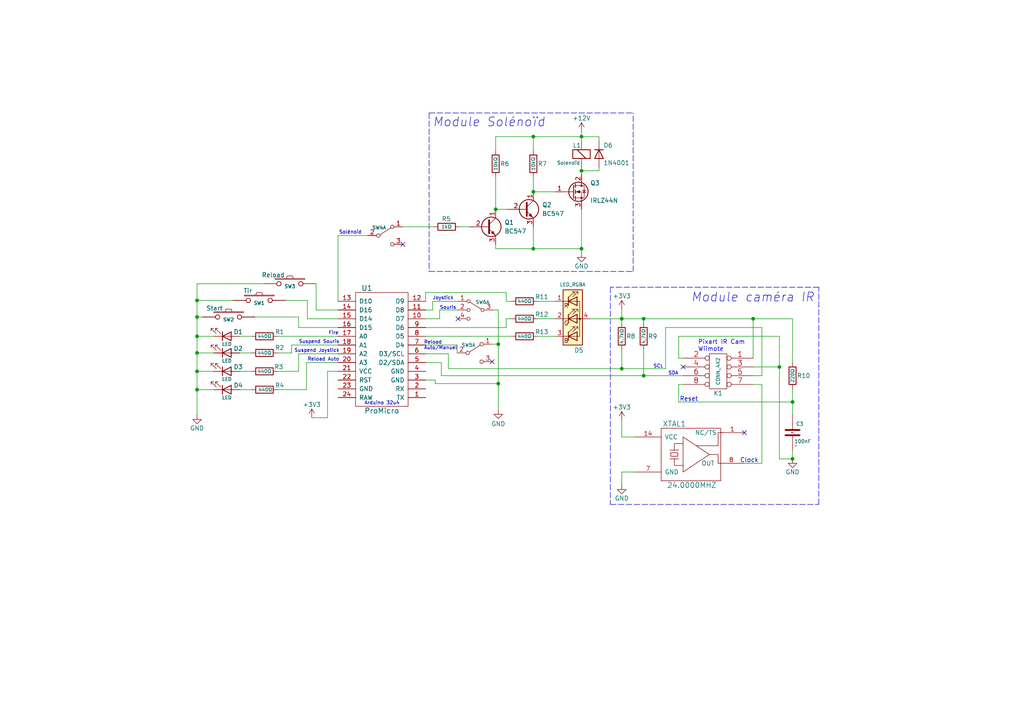
<source format=kicad_sch>
(kicad_sch (version 20211123) (generator eeschema)
  (paper "A4")
  (title_block (title "LightGunIR_4IR_Makoto") (date "11 jul 2013"))
  (lib_symbols
    (symbol "Device:ElectromagneticActor" (pin_numbers hide) (pin_names (offset 0.0254) hide)
      (property "Reference" "L" (at 1.27 3.81 0))
      (property "Value" "ElectromagneticActor" (at 1.27 -1.27 0))
      (symbol "ElectromagneticActor_0_1"
        (rectangle (start -2.54 2.54) (end 2.54 0) (stroke (width 0.254)))
        (polyline (pts (xy -1.27 2.54) (xy 1.27 0)) (stroke (width 0.254)))
      )
      (symbol "ElectromagneticActor_1_1"
        (pin passive line (at 0 5.08 270) (length 2.54) (name "-") (number "1"))
        (pin passive line (at 0 -2.54 90) (length 2.54) (name "+") (number "2"))
      )
    )
    (symbol "Device:LED" (pin_numbers hide) (pin_names (offset 1.016) hide)
      (property "Reference" "D" (at 0 2.54 0))
      (property "Value" "LED" (at 0 -2.54 0))
      (symbol "LED_0_1"
        (polyline (pts (xy -1.27 -1.27) (xy -1.27 1.27)) (stroke (width 0.254)))
        (polyline (pts (xy -1.27 0) (xy 1.27 0)))
        (polyline (pts (xy 1.27 -1.27) (xy 1.27 1.27) (xy -1.27 0) (xy 1.27 -1.27)) (stroke (width 0.254)))
        (polyline (pts (xy -3.048 -0.762) (xy -4.572 -2.286) (xy -3.81 -2.286) (xy -4.572 -2.286) (xy -4.572 -1.524)))
        (polyline (pts (xy -1.778 -0.762) (xy -3.302 -2.286) (xy -2.54 -2.286) (xy -3.302 -2.286) (xy -3.302 -1.524)))
      )
      (symbol "LED_1_1"
        (pin passive line (at -3.81 0 0) (length 2.54) (name "K") (number "1"))
        (pin passive line (at 3.81 0 180) (length 2.54) (name "A") (number "2"))
      )
    )
    (symbol "Device:LED_RGBA" (pin_names (offset 0) hide)
      (property "Reference" "D" (at 0 9.398 0))
      (property "Value" "LED_RGBA" (at 0 -8.89 0))
      (symbol "LED_RGBA_0_0"
        (text "B" (at -1.905 -6.35 0) (effects (font (size 1.27 1.27))))
        (text "G" (at -1.905 -1.27 0) (effects (font (size 1.27 1.27))))
        (text "R" (at -1.905 3.81 0) (effects (font (size 1.27 1.27))))
      )
      (symbol "LED_RGBA_0_1"
        (polyline (pts (xy -1.27 -5.08) (xy -2.54 -5.08)))
        (polyline (pts (xy -1.27 -5.08) (xy 1.27 -5.08)))
        (polyline (pts (xy -1.27 -3.81) (xy -1.27 -6.35)) (stroke (width 0.254)))
        (polyline (pts (xy -1.27 0) (xy -2.54 0)))
        (polyline (pts (xy -1.27 1.27) (xy -1.27 -1.27)) (stroke (width 0.254)))
        (polyline (pts (xy -1.27 5.08) (xy -2.54 5.08)))
        (polyline (pts (xy -1.27 5.08) (xy 1.27 5.08)))
        (polyline (pts (xy -1.27 6.35) (xy -1.27 3.81)) (stroke (width 0.254)))
        (polyline (pts (xy 1.27 0) (xy -1.27 0)))
        (polyline (pts (xy 1.27 0) (xy 2.54 0)))
        (polyline (pts (xy -1.27 1.27) (xy -1.27 -1.27) (xy -1.27 -1.27)))
        (polyline (pts (xy -1.27 6.35) (xy -1.27 3.81) (xy -1.27 3.81)))
        (polyline (pts (xy 1.27 -5.08) (xy 2.032 -5.08) (xy 2.032 5.08) (xy 1.27 5.08)))
        (polyline (pts (xy 1.27 -3.81) (xy 1.27 -6.35) (xy -1.27 -5.08) (xy 1.27 -3.81)) (stroke (width 0.254)))
        (polyline (pts (xy 1.27 1.27) (xy 1.27 -1.27) (xy -1.27 0) (xy 1.27 1.27)) (stroke (width 0.254)))
        (polyline (pts (xy 1.27 6.35) (xy 1.27 3.81) (xy -1.27 5.08) (xy 1.27 6.35)) (stroke (width 0.254)))
        (polyline (pts (xy -1.016 -3.81) (xy 0.508 -2.286) (xy -0.254 -2.286) (xy 0.508 -2.286) (xy 0.508 -3.048)))
        (polyline (pts (xy -1.016 1.27) (xy 0.508 2.794) (xy -0.254 2.794) (xy 0.508 2.794) (xy 0.508 2.032)))
        (polyline (pts (xy -1.016 6.35) (xy 0.508 7.874) (xy -0.254 7.874) (xy 0.508 7.874) (xy 0.508 7.112)))
        (polyline (pts (xy 0 -3.81) (xy 1.524 -2.286) (xy 0.762 -2.286) (xy 1.524 -2.286) (xy 1.524 -3.048)))
        (polyline (pts (xy 0 1.27) (xy 1.524 2.794) (xy 0.762 2.794) (xy 1.524 2.794) (xy 1.524 2.032)))
        (polyline (pts (xy 0 6.35) (xy 1.524 7.874) (xy 0.762 7.874) (xy 1.524 7.874) (xy 1.524 7.112)))
        (rectangle (start 1.27 -1.27) (end 1.27 1.27))
        (rectangle (start 1.27 1.27) (end 1.27 1.27))
        (rectangle (start 1.27 3.81) (end 1.27 6.35))
        (rectangle (start 1.27 6.35) (end 1.27 6.35))
        (circle (center 2.032 0) (radius 0.254) (fill (type outline)))
        (rectangle (start 2.794 8.382) (end -2.794 -7.62) (stroke (width 0.254)) (fill (type background)))
      )
      (symbol "LED_RGBA_1_1"
        (pin passive line (at -5.08 5.08 0) (length 2.54) (name "RK") (number "1"))
        (pin passive line (at -5.08 0 0) (length 2.54) (name "GK") (number "2"))
        (pin passive line (at -5.08 -5.08 0) (length 2.54) (name "BK") (number "3"))
        (pin passive line (at 5.08 0 180) (length 2.54) (name "A") (number "4"))
      )
    )
    (symbol "Device:R" (pin_numbers hide) (pin_names (offset 0))
      (property "Reference" "R" (at 2.032 0 90))
      (property "Value" "R" (at 0 0 90))
      (symbol "R_0_1"
        (rectangle (start -1.016 -2.54) (end 1.016 2.54) (stroke (width 0.254)))
      )
      (symbol "R_1_1"
        (pin passive line (at 0 3.81 270) (length 1.27) (name "~") (number "1"))
        (pin passive line (at 0 -3.81 90) (length 1.27) (name "~") (number "2"))
      )
    )
    (symbol "Diode:1N4001" (pin_numbers hide) (pin_names (offset 1.016) hide)
      (property "Reference" "D" (at 0 2.54 0))
      (property "Value" "1N4001" (at 0 -2.54 0))
      (symbol "1N4001_0_1"
        (polyline (pts (xy -1.27 1.27) (xy -1.27 -1.27)) (stroke (width 0.254)))
        (polyline (pts (xy 1.27 0) (xy -1.27 0)))
        (polyline (pts (xy 1.27 1.27) (xy 1.27 -1.27) (xy -1.27 0) (xy 1.27 1.27)) (stroke (width 0.254)))
      )
      (symbol "1N4001_1_1"
        (pin passive line (at -3.81 0 0) (length 2.54) (name "K") (number "1"))
        (pin passive line (at 3.81 0 180) (length 2.54) (name "A") (number "2"))
      )
    )
    (symbol "G2N_PistolBoard_Makoto-rescue:C" (pin_numbers hide) (pin_names (offset 0.254))
      (property "Reference" "C" (at 0 2.54 0))
      (property "Value" "C" (at 0.1524 -2.159 0))
      (symbol "C_0_1"
        (polyline (pts (xy -2.032 -0.762) (xy 2.032 -0.762)) (stroke (width 0.508)))
        (polyline (pts (xy -2.032 0.762) (xy 2.032 0.762)) (stroke (width 0.508)))
      )
      (symbol "C_1_1"
        (pin passive line (at 0 5.08 270) (length 4.318) (name "~") (number "1"))
        (pin passive line (at 0 -5.08 90) (length 4.318) (name "~") (number "2"))
      )
    )
    (symbol "G2N_PistolBoard_Makoto-rescue:CONN_4X2" (pin_names (offset 1.016) hide)
      (property "Reference" "P" (at 0 6.35 0))
      (property "Value" "CONN_4X2" (at 0 0 90))
      (symbol "CONN_4X2_0_1"
        (rectangle (start -2.54 5.08) (end 2.54 -5.08))
      )
      (symbol "CONN_4X2_1_1"
        (pin passive inverted (at -10.16 3.81 0) (length 7.62) (name "1") (number "1"))
        (pin passive inverted (at 10.16 3.81 180) (length 7.62) (name "2") (number "2"))
        (pin passive inverted (at -10.16 1.27 0) (length 7.62) (name "3") (number "3"))
        (pin passive inverted (at 10.16 1.27 180) (length 7.62) (name "4") (number "4"))
        (pin passive inverted (at -10.16 -1.27 0) (length 7.62) (name "5") (number "5"))
        (pin passive inverted (at 10.16 -1.27 180) (length 7.62) (name "6") (number "6"))
        (pin passive inverted (at -10.16 -3.81 0) (length 7.62) (name "7") (number "7"))
        (pin passive inverted (at 10.16 -3.81 180) (length 7.62) (name "8") (number "8"))
      )
    )
    (symbol "G2N_PistolBoard_Makoto-rescue:SW_PUSH" (pin_numbers hide) (pin_names (offset 1.016) hide)
      (property "Reference" "SW" (at 3.81 2.794 0))
      (property "Value" "SW_PUSH" (at 0 -2.032 0))
      (symbol "SW_PUSH_0_1"
        (rectangle (start -4.318 1.27) (end 4.318 1.524))
        (polyline (pts (xy -1.016 1.524) (xy -0.762 2.286) (xy 0.762 2.286) (xy 1.016 1.524)))
        (pin passive inverted (at -7.62 0 0) (length 5.08) (name "1") (number "1"))
        (pin passive inverted (at 7.62 0 180) (length 5.08) (name "2") (number "2"))
      )
    )
    (symbol "ProMicro_3" (pin_names (offset 1.016))
      (property "Reference" "U" (at 0 24.13 0))
      (property "Value" "ProMicro_3" (at 0 -13.97 0))
      (symbol "ProMicro_3_0_1"
        (rectangle (start -7.62 21.59) (end 7.62 -11.43))
      )
      (symbol "ProMicro_3_1_1"
        (pin bidirectional line (at -12.7 19.05 0) (length 5.08) (name "TX") (number "1"))
        (pin bidirectional line (at -12.7 -3.81 0) (length 5.08) (name "D7") (number "10"))
        (pin bidirectional line (at -12.7 -6.35 0) (length 5.08) (name "D8") (number "11"))
        (pin bidirectional line (at -12.7 -8.89 0) (length 5.08) (name "D9") (number "12"))
        (pin bidirectional line (at 12.7 -8.89 180) (length 5.08) (name "D10") (number "13"))
        (pin bidirectional line (at 12.7 -6.35 180) (length 5.08) (name "D16") (number "14"))
        (pin bidirectional line (at 12.7 -3.81 180) (length 5.08) (name "D14") (number "15"))
        (pin bidirectional line (at 12.7 -1.27 180) (length 5.08) (name "D15") (number "16"))
        (pin bidirectional line (at 12.7 1.27 180) (length 5.08) (name "A0") (number "17"))
        (pin bidirectional line (at 12.7 3.81 180) (length 5.08) (name "A1") (number "18"))
        (pin bidirectional line (at 12.7 6.35 180) (length 5.08) (name "A2") (number "19"))
        (pin bidirectional line (at -12.7 16.51 0) (length 5.08) (name "RX") (number "2"))
        (pin bidirectional line (at 12.7 8.89 180) (length 5.08) (name "A3") (number "20"))
        (pin power_in line (at 12.7 11.43 180) (length 5.08) (name "VCC") (number "21"))
        (pin input line (at 12.7 13.97 180) (length 5.08) (name "RST") (number "22"))
        (pin power_in line (at 12.7 16.51 180) (length 5.08) (name "GND") (number "23"))
        (pin power_out line (at 12.7 19.05 180) (length 5.08) (name "RAW") (number "24"))
        (pin power_in line (at -12.7 13.97 0) (length 5.08) (name "GND") (number "3"))
        (pin power_in line (at -12.7 11.43 0) (length 5.08) (name "GND") (number "4"))
        (pin bidirectional line (at -12.7 8.89 0) (length 5.08) (name "D2/SDA") (number "5"))
        (pin bidirectional line (at -12.7 6.35 0) (length 5.08) (name "D3/SCL") (number "6"))
        (pin bidirectional line (at -12.7 3.81 0) (length 5.08) (name "D4") (number "7"))
        (pin bidirectional line (at -12.7 1.27 0) (length 5.08) (name "D5") (number "8"))
        (pin bidirectional line (at -12.7 -1.27 0) (length 5.08) (name "D6") (number "9"))
      )
    )
    (symbol "Switch:SW_DP3T" (pin_names (offset 0) hide)
      (property "Reference" "SW" (at 0 5.08 0))
      (property "Value" "SW_DP3T" (at 0 -5.08 0))
      (symbol "SW_DP3T_0_1"
        (circle (center -2.032 0) (radius 0.4572))
        (polyline (pts (xy -1.651 0.254) (xy 1.651 2.286)))
        (circle (center 2.032 -2.54) (radius 0.4572))
        (circle (center 2.032 0) (radius 0.4572))
        (circle (center 2.032 2.54) (radius 0.4572))
      )
      (symbol "SW_DP3T_1_1"
        (pin passive line (at 5.08 2.54 180) (length 2.54) (name "1") (number "1"))
        (pin passive line (at 5.08 0 180) (length 2.54) (name "2") (number "2"))
        (pin passive line (at -5.08 0 0) (length 2.54) (name "3") (number "3"))
        (pin passive line (at 5.08 -2.54 180) (length 2.54) (name "4") (number "4"))
      )
      (symbol "SW_DP3T_2_1"
        (pin passive line (at 5.08 2.54 180) (length 2.54) (name "5") (number "5"))
        (pin passive line (at 5.08 0 180) (length 2.54) (name "6") (number "6"))
        (pin passive line (at -5.08 0 0) (length 2.54) (name "7") (number "7"))
        (pin passive line (at 5.08 -2.54 180) (length 2.54) (name "8") (number "8"))
      )
    )
    (symbol "Switch:SW_DPDT_x2" (pin_names (offset 0) hide)
      (property "Reference" "SW" (at 0 4.318 0))
      (property "Value" "SW_DPDT_x2" (at 0 -5.08 0))
      (symbol "SW_DPDT_x2_0_0"
        (circle (center -2.032 0) (radius 0.508))
        (circle (center 2.032 -2.54) (radius 0.508))
      )
      (symbol "SW_DPDT_x2_0_1"
        (polyline (pts (xy -1.524 0.254) (xy 1.651 2.286)))
        (circle (center 2.032 2.54) (radius 0.508))
      )
      (symbol "SW_DPDT_x2_1_1"
        (pin passive line (at 5.08 2.54 180) (length 2.54) (name "A") (number "1"))
        (pin passive line (at -5.08 0 0) (length 2.54) (name "B") (number "2"))
        (pin passive line (at 5.08 -2.54 180) (length 2.54) (name "C") (number "3"))
      )
      (symbol "SW_DPDT_x2_2_1"
        (pin passive line (at 5.08 2.54 180) (length 2.54) (name "A") (number "4"))
        (pin passive line (at -5.08 0 0) (length 2.54) (name "B") (number "5"))
        (pin passive line (at 5.08 -2.54 180) (length 2.54) (name "C") (number "6"))
      )
    )
    (symbol "Transistor_BJT:BC547" (pin_names (offset 0) hide)
      (property "Reference" "Q" (at 5.08 1.905 0))
      (property "Value" "BC547" (at 5.08 0 0))
      (symbol "BC547_0_1"
        (polyline (pts (xy 0 0) (xy 0.635 0)))
        (polyline (pts (xy 0.635 0.635) (xy 2.54 2.54)))
        (polyline (pts (xy 0.635 -0.635) (xy 2.54 -2.54) (xy 2.54 -2.54)))
        (polyline (pts (xy 0.635 1.905) (xy 0.635 -1.905) (xy 0.635 -1.905)) (stroke (width 0.508)))
        (polyline (pts (xy 1.27 -1.778) (xy 1.778 -1.27) (xy 2.286 -2.286) (xy 1.27 -1.778) (xy 1.27 -1.778)) (fill (type outline)))
        (circle (center 1.27 0) (radius 2.8194) (stroke (width 0.254)))
      )
      (symbol "BC547_1_1"
        (pin passive line (at 2.54 5.08 270) (length 2.54) (name "C") (number "1"))
        (pin input line (at -5.08 0 0) (length 5.08) (name "B") (number "2"))
        (pin passive line (at 2.54 -5.08 90) (length 2.54) (name "E") (number "3"))
      )
    )
    (symbol "Transistor_FET:IRLZ44N" (pin_names hide)
      (property "Reference" "Q" (at 6.35 1.905 0))
      (property "Value" "IRLZ44N" (at 6.35 0 0))
      (symbol "IRLZ44N_0_1"
        (polyline (pts (xy 0.254 0) (xy -2.54 0)))
        (polyline (pts (xy 0.254 1.905) (xy 0.254 -1.905)) (stroke (width 0.254)))
        (polyline (pts (xy 0.762 -1.27) (xy 0.762 -2.286)) (stroke (width 0.254)))
        (polyline (pts (xy 0.762 0.508) (xy 0.762 -0.508)) (stroke (width 0.254)))
        (polyline (pts (xy 0.762 2.286) (xy 0.762 1.27)) (stroke (width 0.254)))
        (polyline (pts (xy 2.54 2.54) (xy 2.54 1.778)))
        (polyline (pts (xy 2.54 -2.54) (xy 2.54 0) (xy 0.762 0)))
        (polyline (pts (xy 0.762 -1.778) (xy 3.302 -1.778) (xy 3.302 1.778) (xy 0.762 1.778)))
        (polyline (pts (xy 1.016 0) (xy 2.032 0.381) (xy 2.032 -0.381) (xy 1.016 0)) (fill (type outline)))
        (polyline (pts (xy 2.794 0.508) (xy 2.921 0.381) (xy 3.683 0.381) (xy 3.81 0.254)))
        (polyline (pts (xy 3.302 0.381) (xy 2.921 -0.254) (xy 3.683 -0.254) (xy 3.302 0.381)))
        (circle (center 1.651 0) (radius 2.794) (stroke (width 0.254)))
        (circle (center 2.54 -1.778) (radius 0.254) (fill (type outline)))
        (circle (center 2.54 1.778) (radius 0.254) (fill (type outline)))
      )
      (symbol "IRLZ44N_1_1"
        (pin input line (at -5.08 0 0) (length 2.54) (name "G") (number "1"))
        (pin passive line (at 2.54 5.08 270) (length 2.54) (name "D") (number "2"))
        (pin passive line (at 2.54 -5.08 90) (length 2.54) (name "S") (number "3"))
      )
    )
    (symbol "power:+12V" (power) (pin_names (offset 0))
      (property "Value" "+12V" (at 0 3.556 0))
      (symbol "+12V_0_1"
        (polyline (pts (xy -0.762 1.27) (xy 0 2.54)))
        (polyline (pts (xy 0 0) (xy 0 2.54)))
        (polyline (pts (xy 0 2.54) (xy 0.762 1.27)))
      )
      (symbol "+12V_1_1"
        (pin power_in line (at 0 0 90) (length 0) hide (name "+12V") (number "1"))
      )
    )
    (symbol "power:+3V3" (power) (pin_names (offset 0))
      (property "Value" "+3V3" (at 0 3.556 0))
      (symbol "+3V3_0_1"
        (polyline (pts (xy -0.762 1.27) (xy 0 2.54)))
        (polyline (pts (xy 0 0) (xy 0 2.54)))
        (polyline (pts (xy 0 2.54) (xy 0.762 1.27)))
      )
      (symbol "+3V3_1_1"
        (pin power_in line (at 0 0 90) (length 0) hide (name "+3V3") (number "1"))
      )
    )
    (symbol "power:GND" (power) (pin_names (offset 0))
      (property "Value" "GND" (at 0 -3.81 0))
      (symbol "GND_0_1"
        (polyline (pts (xy 0 0) (xy 0 -1.27) (xy 1.27 -1.27) (xy 0 -2.54) (xy -1.27 -1.27) (xy 0 -1.27)))
      )
      (symbol "GND_1_1"
        (pin power_in line (at 0 0 270) (length 0) hide (name "GND") (number "1"))
      )
    )
    (symbol "xo-14s:XO-14S" (pin_names (offset 1.016))
      (property "Reference" "X" (at -7.366 11.684 0))
      (property "Value" "XO-14S" (at -1.27 -6.858 0))
      (property "Datasheet" "http://www.4timing.com" (at -1.27 2.54 0))
      (symbol "XO-14S_0_1"
        (polyline (pts (xy -6.35 1.27) (xy -3.81 1.27)))
        (polyline (pts (xy -6.35 3.81) (xy -3.81 3.81)))
        (polyline (pts (xy -5.08 5.715) (xy -5.08 3.81)))
        (polyline (pts (xy -5.08 -0.635) (xy -5.08 1.27) (xy -5.08 1.27)))
        (polyline (pts (xy -5.08 5.715) (xy -2.54 5.715) (xy -2.54 5.715)))
        (polyline (pts (xy -2.54 -0.635) (xy -5.08 -0.635) (xy -5.08 -0.635)))
        (polyline (pts (xy 5.08 2.54) (xy 7.62 2.54) (xy 7.62 0)))
        (polyline (pts (xy 1.27 5.08) (xy 7.62 5.08) (xy 7.62 8.89) (xy 8.89 8.89)))
        (polyline (pts (xy -8.89 10.16) (xy 8.382 10.16) (xy 8.382 -5.08) (xy -8.89 -5.08) (xy -8.89 10.16)))
        (polyline (pts (xy -2.54 7.62) (xy 5.08 2.54) (xy -2.54 -2.54) (xy -2.54 7.62) (xy -2.54 7.62)))
        (polyline (pts (xy -5.842 3.048) (xy -4.064 3.048) (xy -4.064 2.032) (xy -6.096 2.032) (xy -6.096 3.048) (xy -5.842 3.048)))
      )
      (symbol "XO-14S_1_1"
        (pin input line (at 15.24 8.89 180) (length 7.0104) (name "NC/TS") (number "1"))
        (pin input line (at -16.51 7.62 0) (length 7.62) (name "VCC") (number "14"))
        (pin input line (at -16.51 -2.54 0) (length 7.62) (name "GND") (number "7"))
        (pin input line (at 15.24 0 180) (length 7.62) (name "OUT") (number "8"))
      )
    )
  )
  (junction (at 229.87 116.586))
  (junction (at 57.15 87.122))
  (junction (at 186.69 108.966))
  (junction (at 180.34 92.456))
  (junction (at 218.44 92.456))
  (junction (at 226.06 106.426))
  (junction (at 154.686 55.626))
  (junction (at 154.686 72.136))
  (junction (at 186.69 92.456))
  (junction (at 168.656 72.136))
  (junction (at 144.526 111.252))
  (junction (at 57.15 102.362))
  (junction (at 168.656 39.624))
  (junction (at 143.764 60.706))
  (junction (at 168.656 49.53))
  (junction (at 57.15 107.696))
  (junction (at 57.15 91.948))
  (junction (at 180.34 106.934))
  (junction (at 57.15 113.03))
  (junction (at 229.87 133.096))
  (junction (at 154.686 39.624))
  (junction (at 57.15 97.536))
  (junction (at 144.526 99.822))
  (no_connect (at 215.9 125.476))
  (no_connect (at 116.84 70.866))
  (no_connect (at 198.12 106.426))
  (no_connect (at 132.842 92.456))
  (no_connect (at 142.748 104.902))
  (wire (pts (xy 226.06 106.426) (xy 226.06 133.096)))
  (wire (pts (xy 184.15 136.906) (xy 180.34 136.906)))
  (wire (pts (xy 143.764 72.136) (xy 154.686 72.136)))
  (wire (pts (xy 61.976 113.03) (xy 57.15 113.03)))
  (wire (pts (xy 154.686 51.308) (xy 154.686 55.626)))
  (wire (pts (xy 168.656 49.53) (xy 173.736 49.53)))
  (wire (pts (xy 80.518 102.362) (xy 84.582 102.362)))
  (wire (pts (xy 89.154 92.456) (xy 89.154 87.122)))
  (polyline (pts (xy 124.46 32.766) (xy 183.642 32.766)))
  (wire (pts (xy 186.69 93.726) (xy 186.69 92.456)))
  (wire (pts (xy 125.476 87.376) (xy 132.842 87.376)))
  (wire (pts (xy 123.444 100.076) (xy 132.588 100.076)))
  (wire (pts (xy 86.614 107.696) (xy 86.614 102.616)))
  (wire (pts (xy 196.85 97.536) (xy 226.06 97.536)))
  (wire (pts (xy 91.694 89.916) (xy 91.694 82.296)))
  (wire (pts (xy 220.98 108.966) (xy 220.98 94.996)))
  (wire (pts (xy 173.736 39.624) (xy 173.736 40.894)))
  (wire (pts (xy 154.686 39.624) (xy 168.656 39.624)))
  (wire (pts (xy 72.898 102.362) (xy 69.596 102.362)))
  (wire (pts (xy 144.526 99.822) (xy 144.526 111.252)))
  (wire (pts (xy 125.476 89.916) (xy 125.476 87.376)))
  (wire (pts (xy 126.238 110.236) (xy 126.238 111.252)))
  (wire (pts (xy 196.85 111.506) (xy 196.85 116.586)))
  (wire (pts (xy 80.518 113.03) (xy 88.9 113.03)))
  (wire (pts (xy 91.694 89.916) (xy 98.044 89.916)))
  (wire (pts (xy 76.454 82.296) (xy 57.15 82.296)))
  (wire (pts (xy 220.98 134.366) (xy 220.98 111.506)))
  (polyline (pts (xy 177.038 83.312) (xy 177.038 83.312)))
  (wire (pts (xy 128.016 108.966) (xy 128.016 105.156)))
  (wire (pts (xy 86.614 94.996) (xy 86.614 91.948)))
  (wire (pts (xy 168.656 72.136) (xy 168.656 73.406)))
  (wire (pts (xy 154.686 39.624) (xy 154.686 43.688)))
  (wire (pts (xy 88.9 105.156) (xy 98.044 105.156)))
  (wire (pts (xy 146.812 92.456) (xy 146.812 94.996)))
  (wire (pts (xy 229.87 116.586) (xy 229.87 120.396)))
  (wire (pts (xy 72.898 113.03) (xy 69.596 113.03)))
  (wire (pts (xy 61.976 97.536) (xy 57.15 97.536)))
  (wire (pts (xy 123.444 89.916) (xy 125.476 89.916)))
  (wire (pts (xy 133.35 65.786) (xy 136.144 65.786)))
  (wire (pts (xy 86.614 91.948) (xy 73.914 91.948)))
  (polyline (pts (xy 177.038 146.304) (xy 237.49 146.304)))
  (wire (pts (xy 123.444 94.996) (xy 146.812 94.996)))
  (wire (pts (xy 161.036 92.456) (xy 155.956 92.456)))
  (wire (pts (xy 57.15 87.122) (xy 57.15 91.948)))
  (wire (pts (xy 146.812 84.836) (xy 146.812 87.376)))
  (wire (pts (xy 196.85 116.586) (xy 229.87 116.586)))
  (wire (pts (xy 184.15 126.746) (xy 180.34 126.746)))
  (wire (pts (xy 196.85 103.886) (xy 198.12 103.886)))
  (wire (pts (xy 193.04 106.934) (xy 193.04 94.996)))
  (wire (pts (xy 193.04 94.996) (xy 220.98 94.996)))
  (wire (pts (xy 196.85 111.506) (xy 198.12 111.506)))
  (wire (pts (xy 123.444 110.236) (xy 126.238 110.236)))
  (wire (pts (xy 123.444 105.156) (xy 128.016 105.156)))
  (wire (pts (xy 143.002 89.916) (xy 144.526 89.916)))
  (wire (pts (xy 180.34 89.662) (xy 180.34 92.456)))
  (wire (pts (xy 89.154 87.122) (xy 82.804 87.122)))
  (wire (pts (xy 229.87 112.776) (xy 229.87 116.586)))
  (wire (pts (xy 218.44 92.456) (xy 218.44 103.886)))
  (wire (pts (xy 168.656 60.706) (xy 168.656 72.136)))
  (wire (pts (xy 143.764 60.706) (xy 147.066 60.706)))
  (wire (pts (xy 94.996 121.158) (xy 90.424 121.158)))
  (wire (pts (xy 180.34 92.456) (xy 186.69 92.456)))
  (wire (pts (xy 98.044 92.456) (xy 89.154 92.456)))
  (wire (pts (xy 127.508 89.916) (xy 132.842 89.916)))
  (wire (pts (xy 123.444 84.836) (xy 146.812 84.836)))
  (wire (pts (xy 144.526 111.252) (xy 144.526 118.872)))
  (wire (pts (xy 143.764 51.308) (xy 143.764 60.706)))
  (wire (pts (xy 67.564 87.122) (xy 57.15 87.122)))
  (wire (pts (xy 220.98 108.966) (xy 218.44 108.966)))
  (wire (pts (xy 154.686 72.136) (xy 154.686 65.786)))
  (wire (pts (xy 123.444 97.536) (xy 148.336 97.536)))
  (wire (pts (xy 180.34 106.934) (xy 193.04 106.934)))
  (wire (pts (xy 196.85 97.536) (xy 196.85 103.886)))
  (polyline (pts (xy 124.46 32.766) (xy 124.46 78.74)))
  (wire (pts (xy 61.976 102.362) (xy 57.15 102.362)))
  (wire (pts (xy 161.036 87.376) (xy 155.956 87.376)))
  (wire (pts (xy 218.44 106.426) (xy 226.06 106.426)))
  (wire (pts (xy 98.044 94.996) (xy 86.614 94.996)))
  (wire (pts (xy 218.44 92.456) (xy 229.87 92.456)))
  (wire (pts (xy 57.15 82.296) (xy 57.15 87.122)))
  (wire (pts (xy 226.06 133.096) (xy 229.87 133.096)))
  (wire (pts (xy 57.15 113.03) (xy 57.15 120.396)))
  (wire (pts (xy 58.674 91.948) (xy 57.15 91.948)))
  (wire (pts (xy 154.686 39.624) (xy 143.764 39.624)))
  (wire (pts (xy 94.996 107.696) (xy 94.996 121.158)))
  (wire (pts (xy 146.812 92.456) (xy 148.336 92.456)))
  (wire (pts (xy 132.588 100.076) (xy 132.588 102.362)))
  (wire (pts (xy 220.98 111.506) (xy 218.44 111.506)))
  (wire (pts (xy 98.044 68.326) (xy 106.68 68.326)))
  (wire (pts (xy 186.69 108.966) (xy 198.12 108.966)))
  (wire (pts (xy 171.196 92.456) (xy 180.34 92.456)))
  (wire (pts (xy 180.34 126.746) (xy 180.34 121.92)))
  (wire (pts (xy 180.34 93.726) (xy 180.34 92.456)))
  (polyline (pts (xy 177.038 83.312) (xy 177.038 146.304)))
  (polyline (pts (xy 237.49 146.304) (xy 237.49 83.312)))
  (wire (pts (xy 98.044 107.696) (xy 94.996 107.696)))
  (wire (pts (xy 126.238 111.252) (xy 144.526 111.252)))
  (wire (pts (xy 226.06 97.536) (xy 226.06 106.426)))
  (wire (pts (xy 123.444 92.456) (xy 127.508 92.456)))
  (wire (pts (xy 144.526 89.916) (xy 144.526 99.822)))
  (wire (pts (xy 173.736 48.514) (xy 173.736 49.53)))
  (wire (pts (xy 186.69 101.346) (xy 186.69 108.966)))
  (wire (pts (xy 143.764 70.866) (xy 143.764 72.136)))
  (wire (pts (xy 186.69 92.456) (xy 218.44 92.456)))
  (wire (pts (xy 86.614 102.616) (xy 98.044 102.616)))
  (wire (pts (xy 80.518 97.536) (xy 98.044 97.536)))
  (wire (pts (xy 154.686 55.626) (xy 161.036 55.626)))
  (wire (pts (xy 123.444 87.376) (xy 123.444 84.836)))
  (wire (pts (xy 69.596 97.536) (xy 72.898 97.536)))
  (wire (pts (xy 98.044 87.376) (xy 98.044 68.326)))
  (wire (pts (xy 84.582 102.362) (xy 84.582 100.076)))
  (wire (pts (xy 180.34 136.906) (xy 180.34 140.716)))
  (wire (pts (xy 229.87 130.556) (xy 229.87 133.096)))
  (polyline (pts (xy 124.46 78.74) (xy 183.642 78.74)))
  (wire (pts (xy 84.582 100.076) (xy 98.044 100.076)))
  (polyline (pts (xy 183.642 78.74) (xy 183.642 32.766)))
  (wire (pts (xy 168.656 49.53) (xy 168.656 50.546)))
  (wire (pts (xy 72.898 107.696) (xy 69.596 107.696)))
  (wire (pts (xy 168.656 38.1) (xy 168.656 39.624)))
  (wire (pts (xy 154.686 72.136) (xy 168.656 72.136)))
  (wire (pts (xy 186.69 108.966) (xy 128.016 108.966)))
  (wire (pts (xy 57.15 102.362) (xy 57.15 107.696)))
  (wire (pts (xy 168.656 39.624) (xy 168.656 40.894)))
  (wire (pts (xy 161.036 97.536) (xy 155.956 97.536)))
  (wire (pts (xy 130.048 106.934) (xy 180.34 106.934)))
  (wire (pts (xy 123.444 102.616) (xy 130.048 102.616)))
  (wire (pts (xy 215.9 134.366) (xy 220.98 134.366)))
  (wire (pts (xy 130.048 102.616) (xy 130.048 106.934)))
  (wire (pts (xy 168.656 39.624) (xy 173.736 39.624)))
  (wire (pts (xy 80.518 107.696) (xy 86.614 107.696)))
  (wire (pts (xy 61.976 107.696) (xy 57.15 107.696)))
  (wire (pts (xy 127.508 92.456) (xy 127.508 89.916)))
  (wire (pts (xy 168.656 48.514) (xy 168.656 49.53)))
  (wire (pts (xy 57.15 91.948) (xy 57.15 97.536)))
  (wire (pts (xy 229.87 92.456) (xy 229.87 105.156)))
  (wire (pts (xy 146.812 87.376) (xy 148.336 87.376)))
  (wire (pts (xy 57.15 107.696) (xy 57.15 113.03)))
  (wire (pts (xy 116.84 65.786) (xy 125.73 65.786)))
  (wire (pts (xy 143.764 39.624) (xy 143.764 43.688)))
  (polyline (pts (xy 237.49 83.312) (xy 177.038 83.312)))
  (wire (pts (xy 180.34 101.346) (xy 180.34 106.934)))
  (wire (pts (xy 142.748 99.822) (xy 144.526 99.822)))
  (wire (pts (xy 57.15 97.536) (xy 57.15 102.362)))
  (wire (pts (xy 88.9 113.03) (xy 88.9 105.156)))
  (text "Reload\nAuto/Manuel" (at 122.936 101.6 0) (effects (font (size 1 1)) (justify left bottom)))
  (text "SCL" (at 189.484 106.934 0) (effects (font (size 1 1)) (justify left bottom)))
  (text "Joystick" (at 125.476 87.122 0) (effects (font (size 1 1)) (justify left bottom)))
  (text "Reload Auto" (at 89.154 104.902 0) (effects (font (size 1 1)) (justify left bottom)))
  (text "Module caméra IR" (at 200.406 87.884 0) (effects (font (size 2.6 2.6) italic) (justify left bottom)))
  (text "Suspend Joystick" (at 85.344 102.362 0) (effects (font (size 1 1)) (justify left bottom)))
  (text "SDA" (at 193.802 108.966 0) (effects (font (size 1 1)) (justify left bottom)))
  (text "Module Solénoïd" (at 125.476 37.084 0) (effects (font (size 2.6 2.6) italic) (justify left bottom)))
  (text "Clock" (at 214.63 134.366 0) (effects (font (size 1.27 1.27)) (justify left bottom)))
  (text "Reset" (at 197.104 116.586 0) (effects (font (size 1.27 1.27)) (justify left bottom)))
  (text "Suspend Souris" (at 86.614 99.822 0) (effects (font (size 1 1)) (justify left bottom)))
  (text "Arduino 32u4" (at 105.664 117.602 0) (effects (font (size 1 1)) (justify left bottom)))
  (text "Pixart IR Cam\nWiimote" (at 202.438 102.108 0) (effects (font (size 1.27 1.27)) (justify left bottom)))
  (text "Fire" (at 95.25 97.282 0) (effects (font (size 1 1)) (justify left bottom)))
  (text "Solénoid" (at 98.298 68.072 0) (effects (font (size 1 1)) (justify left bottom)))
  (text "Souris" (at 127.508 89.916 0) (effects (font (size 1 1)) (justify left bottom)))
  (symbol (lib_id "xo-14s:XO-14S") (at 200.66 134.366 0) (unit 1)
    (property "Reference" "XTAL1" (at 195.58 122.936 0) (effects (font (size 1.524 1.524))))
    (property "Value" "24.0000MHZ" (at 200.66 140.716 0) (effects (font (size 1.524 1.524))))
  )
  (symbol (lib_id "G2N_PistolBoard_Makoto-rescue:C") (at 229.87 125.476 0) (unit 1)
    (property "Reference" "C3" (at 230.886 122.936 0) (effects (font (size 1.016 1.016)) (justify left)))
    (property "Value" "100nF" (at 230.378 128.016 0) (effects (font (size 1.016 1.016)) (justify left)))
    (property "Footprint" "~" (at 230.8352 129.286 0) (effects (font (size 0.762 0.762))))
    (property "Datasheet" "~" (at 229.87 125.476 0) (effects (font (size 1.524 1.524))))
  )
  (symbol (lib_id "G2N_PistolBoard_Makoto-rescue:CONN_4X2") (at 208.28 107.696 0) (mirror y) (unit 1)
    (property "Reference" "K1" (at 208.28 114.046 0))
    (property "Value" "CONN_4X2" (at 208.28 107.696 90) (effects (font (size 1.016 1.016))))
  )
  (symbol (lib_id "G2N_PistolBoard_Makoto-rescue:SW_PUSH") (at 75.184 87.122 0) (unit 1)
    (property "Reference" "SW1" (at 75.184 87.884 0) (effects (font (size 1 1))))
    (property "Value" "Tir" (at 71.882 84.328 0))
  )
  (symbol (lib_id "G2N_PistolBoard_Makoto-rescue:SW_PUSH") (at 66.294 91.948 0) (unit 1)
    (property "Reference" "SW2" (at 66.294 92.71 0) (effects (font (size 1 1))))
    (property "Value" "Start" (at 62.23 89.408 0))
  )
  (symbol (lib_id "Device:R") (at 229.87 108.966 0) (unit 1)
    (property "Reference" "R10" (at 231.14 108.966 0) (effects (justify left)))
    (property "Value" "220Ω" (at 229.87 108.966 90) (effects (font (size 1 1))))
  )
  (symbol (lib_id "Device:R") (at 76.708 102.362 270) (mirror x) (unit 1)
    (property "Reference" "R2" (at 79.756 100.838 90) (effects (justify left)))
    (property "Value" "440Ω" (at 76.708 102.362 90) (effects (font (size 1 1))))
  )
  (symbol (lib_id "Device:R") (at 154.686 47.498 0) (unit 1)
    (property "Reference" "R7" (at 155.956 47.498 0) (effects (justify left)))
    (property "Value" "10kΩ" (at 154.686 47.498 90) (effects (font (size 1 1))))
  )
  (symbol (lib_id "Transistor_BJT:BC547") (at 152.146 60.706 0) (unit 1)
    (property "Reference" "Q2" (at 157.226 59.4359 0) (effects (justify left)))
    (property "Value" "BC547" (at 157.226 61.9759 0) (effects (justify left)))
    (property "Footprint" "Package_TO_SOT_THT:TO-92_Inline" (effects hide))
    (property "Datasheet" "https://www.onsemi.com/pub/Collateral/BC550-D.pdf" (effects hide))
  )
  (symbol (lib_id "Device:LED") (at 65.786 107.696 0) (mirror x) (unit 1)
    (property "Reference" "D3" (at 69.088 106.426 0))
    (property "Value" "LED" (at 65.786 109.982 0) (effects (font (size 1 1))))
  )
  (symbol (lib_name "ProMicro_3") (lib_id "promicro:ProMicro") (at 110.744 96.266 180) (unit 1)
    (property "Reference" "U1" (at 106.426 83.566 0) (effects (font (size 1.524 1.524))))
    (property "Value" "ProMicro" (at 110.744 119.126 0) (effects (font (size 1.524 1.524))))
  )
  (symbol (lib_id "Device:R") (at 143.764 47.498 0) (unit 1)
    (property "Reference" "R6" (at 145.034 47.498 0) (effects (justify left)))
    (property "Value" "10kΩ" (at 143.764 47.498 90) (effects (font (size 1 1))))
  )
  (symbol (lib_id "Device:LED_RGBA") (at 166.116 92.456 0) (unit 1)
    (property "Reference" "D5" (at 167.894 101.6 0))
    (property "Value" "LED_RGBA" (at 166.116 82.55 0) (effects (font (size 1 1))))
  )
  (symbol (lib_id "power:GND") (at 57.15 120.396 0) (mirror y) (unit 1)
    (property "Reference" "#PWR01" (effects hide))
    (property "Value" "GND" (at 57.15 124.206 0))
  )
  (symbol (lib_id "Device:R") (at 180.34 97.536 0) (unit 1)
    (property "Reference" "R8" (at 181.61 97.536 0) (effects (justify left)))
    (property "Value" "4,7kΩ" (at 180.34 97.536 90) (effects (font (size 1 1))))
  )
  (symbol (lib_id "power:GND") (at 229.87 133.096 0) (unit 1)
    (property "Reference" "#PWR0101" (effects hide))
    (property "Value" "GND" (at 229.87 136.906 0))
  )
  (symbol (lib_id "Switch:SW_DPDT_x2") (at 137.668 102.362 0) (unit 1)
    (property "Reference" "SW5" (at 135.89 100.076 0) (effects (font (size 1 1))))
    (property "Value" "SW_DPDT_x2" (effects hide))
  )
  (symbol (lib_id "Device:LED") (at 65.786 102.362 0) (mirror x) (unit 1)
    (property "Reference" "D2" (at 69.088 101.092 0))
    (property "Value" "LED" (at 65.786 104.648 0) (effects (font (size 1 1))))
  )
  (symbol (lib_id "Device:R") (at 152.146 92.456 270) (mirror x) (unit 1)
    (property "Reference" "R12" (at 155.194 91.186 90) (effects (justify left)))
    (property "Value" "440Ω" (at 152.146 92.456 90) (effects (font (size 1 1))))
  )
  (symbol (lib_id "power:GND") (at 168.656 73.406 0) (unit 1)
    (property "Reference" "#PWR05" (effects hide))
    (property "Value" "GND" (at 168.656 77.216 0))
  )
  (symbol (lib_id "Device:R") (at 186.69 97.536 0) (unit 1)
    (property "Reference" "R9" (at 187.96 97.536 0) (effects (justify left)))
    (property "Value" "4,7kΩ" (at 186.69 97.536 90) (effects (font (size 1 1))))
  )
  (symbol (lib_id "Device:R") (at 76.708 97.536 270) (mirror x) (unit 1)
    (property "Reference" "R1" (at 79.756 96.266 90) (effects (justify left)))
    (property "Value" "440Ω" (at 76.708 97.536 90) (effects (font (size 1 1))))
  )
  (symbol (lib_id "Transistor_FET:IRLZ44N") (at 166.116 55.626 0) (unit 1)
    (property "Reference" "Q3" (at 171.196 53.086 0) (effects (justify left)))
    (property "Value" "IRLZ44N" (at 171.196 58.166 0) (effects (justify left)))
    (property "Footprint" "Package_TO_SOT_THT:TO-220-3_Vertical" (effects hide))
    (property "Datasheet" "http://www.irf.com/product-info/datasheets/data/irlz44n.pdf" (effects hide))
  )
  (symbol (lib_id "power:+3V3") (at 90.424 121.158 0) (unit 1)
    (property "Reference" "#PWR02" (effects hide))
    (property "Value" "+3V3" (at 90.424 117.348 0))
  )
  (symbol (lib_id "Switch:SW_DPDT_x2") (at 111.76 68.326 0) (unit 1)
    (property "Reference" "SW4" (at 109.982 66.04 0) (effects (font (size 1 1))))
    (property "Value" "SW_DPDT_x2" (effects hide))
  )
  (symbol (lib_id "power:+3V3") (at 180.34 121.92 0) (unit 1)
    (property "Reference" "#PWR0103" (effects hide))
    (property "Value" "+3V3" (at 180.34 118.11 0))
  )
  (symbol (lib_id "Device:R") (at 76.708 113.03 270) (mirror x) (unit 1)
    (property "Reference" "R4" (at 79.756 111.76 90) (effects (justify left)))
    (property "Value" "440Ω" (at 76.962 113.03 90) (effects (font (size 1 1))))
  )
  (symbol (lib_id "Device:ElectromagneticActor") (at 168.656 45.974 0) (unit 1)
    (property "Reference" "L1" (at 166.116 42.164 0) (effects (justify left)))
    (property "Value" "Solenoïd" (at 161.544 47.244 0) (effects (font (size 1 1)) (justify left)))
  )
  (symbol (lib_id "Diode:1N4001") (at 173.736 44.704 270) (unit 1)
    (property "Reference" "D6" (at 175.006 42.164 90) (effects (justify left)))
    (property "Value" "1N4001" (at 175.006 47.244 90) (effects (justify left)))
    (property "Footprint" "Diode_THT:D_DO-41_SOD81_P10.16mm_Horizontal" (effects hide))
    (property "Datasheet" "http://www.vishay.com/docs/88503/1n4001.pdf" (effects hide))
  )
  (symbol (lib_id "power:GND") (at 180.34 140.716 0) (unit 1)
    (property "Reference" "#PWR0102" (effects hide))
    (property "Value" "GND" (at 180.34 144.526 0))
  )
  (symbol (lib_id "Device:R") (at 152.146 87.376 270) (mirror x) (unit 1)
    (property "Reference" "R11" (at 155.194 86.106 90) (effects (justify left)))
    (property "Value" "440Ω" (at 152.146 87.376 90) (effects (font (size 1 1))))
  )
  (symbol (lib_id "Device:R") (at 76.708 107.696 270) (mirror x) (unit 1)
    (property "Reference" "R3" (at 79.502 106.426 90) (effects (justify left)))
    (property "Value" "440Ω" (at 76.708 107.696 90) (effects (font (size 1 1))))
  )
  (symbol (lib_id "power:+3V3") (at 180.34 89.662 0) (unit 1)
    (property "Reference" "#PWR0106" (effects hide))
    (property "Value" "+3V3" (at 180.34 85.852 0))
  )
  (symbol (lib_id "Device:R") (at 129.54 65.786 90) (unit 1)
    (property "Reference" "R5" (at 130.81 63.5 90) (effects (justify left)))
    (property "Value" "1kΩ" (at 129.54 65.786 90) (effects (font (size 1 1))))
  )
  (symbol (lib_id "Device:R") (at 152.146 97.536 270) (mirror x) (unit 1)
    (property "Reference" "R13" (at 155.194 96.266 90) (effects (justify left)))
    (property "Value" "440Ω" (at 152.146 97.536 90) (effects (font (size 1 1))))
  )
  (symbol (lib_id "Switch:SW_DP3T") (at 137.922 89.916 0) (mirror y) (unit 1)
    (property "Reference" "SW6" (at 139.954 87.63 0) (effects (font (size 1 1))))
    (property "Value" "SW_DP3T" (effects hide))
  )
  (symbol (lib_id "Device:LED") (at 65.786 113.03 0) (mirror x) (unit 1)
    (property "Reference" "D4" (at 69.088 111.76 0))
    (property "Value" "LED" (at 65.786 115.316 0) (effects (font (size 1 1))))
  )
  (symbol (lib_id "power:GND") (at 144.526 118.872 0) (mirror y) (unit 1)
    (property "Reference" "#PWR03" (effects hide))
    (property "Value" "GND" (at 144.526 122.936 0))
  )
  (symbol (lib_id "G2N_PistolBoard_Makoto-rescue:SW_PUSH") (at 84.074 82.296 0) (unit 1)
    (property "Reference" "SW3" (at 84.074 83.058 0) (effects (font (size 1 1))))
    (property "Value" "Reload" (at 79.248 79.756 0))
  )
  (symbol (lib_id "Transistor_BJT:BC547") (at 141.224 65.786 0) (unit 1)
    (property "Reference" "Q1" (at 146.304 64.516 0) (effects (justify left)))
    (property "Value" "BC547" (at 146.304 67.056 0) (effects (justify left)))
    (property "Footprint" "Package_TO_SOT_THT:TO-92_Inline" (effects hide))
    (property "Datasheet" "https://www.onsemi.com/pub/Collateral/BC550-D.pdf" (effects hide))
  )
  (symbol (lib_id "Device:LED") (at 65.786 97.536 0) (mirror x) (unit 1)
    (property "Reference" "D1" (at 69.088 96.266 0))
    (property "Value" "LED" (at 65.786 99.822 0) (effects (font (size 1 1))))
  )
  (symbol (lib_id "power:+12V") (at 168.656 38.1 0) (unit 1)
    (property "Reference" "#PWR04" (effects hide))
    (property "Value" "+12V" (at 168.656 34.29 0))
  )
)
</source>
